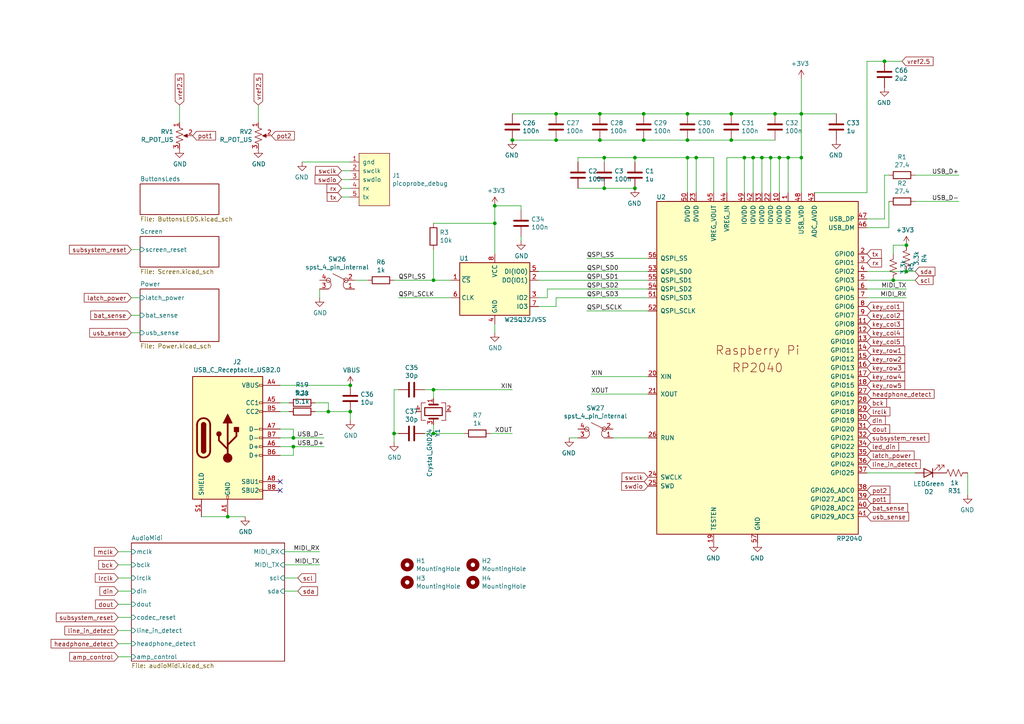
<source format=kicad_sch>
(kicad_sch (version 20231120) (generator "eeschema") (generator_version "8.0")
  (paper "A4")
  (title_block (title "TDM") (date "2021-09-17") (rev "6") (company "TWR") (comment 1 "Pocket Sound Computer"))
  (lib_symbols
    (symbol "Connector:USB_C_Receptacle_USB2.0" (pin_names (offset 1.016))
      (property "Reference" "J" (at -10.16 19.05 0))
      (property "Value" "USB_C_Receptacle_USB2.0" (at 19.05 19.05 0))
      (symbol "USB_C_Receptacle_USB2.0_0_0"
        (rectangle (start -0.254 -17.78) (end 0.254 -16.764))
        (rectangle (start 10.16 -14.986) (end 9.144 -15.494))
        (rectangle (start 10.16 -12.446) (end 9.144 -12.954))
        (rectangle (start 10.16 -4.826) (end 9.144 -5.334))
        (rectangle (start 10.16 -2.286) (end 9.144 -2.794))
        (rectangle (start 10.16 0.254) (end 9.144 -0.254))
        (rectangle (start 10.16 2.794) (end 9.144 2.286))
        (rectangle (start 10.16 7.874) (end 9.144 7.366))
        (rectangle (start 10.16 10.414) (end 9.144 9.906))
        (rectangle (start 10.16 15.494) (end 9.144 14.986))
      )
      (symbol "USB_C_Receptacle_USB2.0_0_1"
        (rectangle (start -10.16 17.78) (end 10.16 -17.78) (stroke (width 0.254)) (fill (type background)))
        (arc (start -8.89 -3.81) (mid -6.985 -5.7066) (end -5.08 -3.81) (stroke (width 0.508)))
        (arc (start -7.62 -3.81) (mid -6.985 -4.4422) (end -6.35 -3.81) (stroke (width 0.254)))
        (arc (start -7.62 -3.81) (mid -6.985 -4.4422) (end -6.35 -3.81) (stroke (width 0.254)) (fill (type outline)))
        (rectangle (start -7.62 -3.81) (end -6.35 3.81) (stroke (width 0.254)) (fill (type outline)))
        (arc (start -6.35 3.81) (mid -6.985 4.4422) (end -7.62 3.81) (stroke (width 0.254)))
        (arc (start -6.35 3.81) (mid -6.985 4.4422) (end -7.62 3.81) (stroke (width 0.254)) (fill (type outline)))
        (arc (start -5.08 3.81) (mid -6.985 5.7066) (end -8.89 3.81) (stroke (width 0.508)))
        (circle (center -2.54 1.143) (radius 0.635) (stroke (width 0.254)) (fill (type outline)))
        (circle (center 0 -5.842) (radius 1.27) (fill (type outline)))
        (polyline (pts (xy -8.89 -3.81) (xy -8.89 3.81)) (stroke (width 0.508)))
        (polyline (pts (xy -5.08 3.81) (xy -5.08 -3.81)) (stroke (width 0.508)))
        (polyline (pts (xy 0 -5.842) (xy 0 4.318)) (stroke (width 0.508)))
        (polyline (pts (xy 0 -3.302) (xy -2.54 -0.762) (xy -2.54 0.508)) (stroke (width 0.508)))
        (polyline (pts (xy 0 -2.032) (xy 2.54 0.508) (xy 2.54 1.778)) (stroke (width 0.508)))
        (polyline (pts (xy -1.27 4.318) (xy 0 6.858) (xy 1.27 4.318) (xy -1.27 4.318)) (stroke (width 0.254)) (fill (type outline)))
        (rectangle (start 1.905 1.778) (end 3.175 3.048) (stroke (width 0.254)) (fill (type outline)))
      )
      (symbol "USB_C_Receptacle_USB2.0_1_1"
        (pin passive line (at 0 -22.86 90) (length 5.08) (name "GND") (number "A1"))
        (pin passive line (at 0 -22.86 90) (length 5.08) hide (name "GND") (number "A12"))
        (pin passive line (at 15.24 15.24 180) (length 5.08) (name "VBUS") (number "A4"))
        (pin bidirectional line (at 15.24 10.16 180) (length 5.08) (name "CC1") (number "A5"))
        (pin bidirectional line (at 15.24 -2.54 180) (length 5.08) (name "D+") (number "A6"))
        (pin bidirectional line (at 15.24 2.54 180) (length 5.08) (name "D-") (number "A7"))
        (pin bidirectional line (at 15.24 -12.7 180) (length 5.08) (name "SBU1") (number "A8"))
        (pin passive line (at 15.24 15.24 180) (length 5.08) hide (name "VBUS") (number "A9"))
        (pin passive line (at 0 -22.86 90) (length 5.08) hide (name "GND") (number "B1"))
        (pin passive line (at 0 -22.86 90) (length 5.08) hide (name "GND") (number "B12"))
        (pin passive line (at 15.24 15.24 180) (length 5.08) hide (name "VBUS") (number "B4"))
        (pin bidirectional line (at 15.24 7.62 180) (length 5.08) (name "CC2") (number "B5"))
        (pin bidirectional line (at 15.24 -5.08 180) (length 5.08) (name "D+") (number "B6"))
        (pin bidirectional line (at 15.24 0 180) (length 5.08) (name "D-") (number "B7"))
        (pin bidirectional line (at 15.24 -15.24 180) (length 5.08) (name "SBU2") (number "B8"))
        (pin passive line (at 15.24 15.24 180) (length 5.08) hide (name "VBUS") (number "B9"))
        (pin passive line (at -7.62 -22.86 90) (length 5.08) (name "SHIELD") (number "S1"))
      )
    )
    (symbol "Device:C" (pin_numbers hide) (pin_names (offset 0.254))
      (property "Reference" "C" (at 0.635 2.54 0))
      (property "Value" "C" (at 0.635 -2.54 0))
      (symbol "C_0_1"
        (polyline (pts (xy -2.032 -0.762) (xy 2.032 -0.762)) (stroke (width 0.508)))
        (polyline (pts (xy -2.032 0.762) (xy 2.032 0.762)) (stroke (width 0.508)))
      )
      (symbol "C_1_1"
        (pin passive line (at 0 3.81 270) (length 2.794) (name "~") (number "1"))
        (pin passive line (at 0 -3.81 90) (length 2.794) (name "~") (number "2"))
      )
    )
    (symbol "Device:Crystal_GND24" (pin_names (offset 1.016) hide)
      (property "Reference" "Y" (at 3.175 5.08 0))
      (property "Value" "Crystal_GND24" (at 3.175 3.175 0))
      (symbol "Crystal_GND24_0_1"
        (rectangle (start -1.143 2.54) (end 1.143 -2.54) (stroke (width 0.3048)))
        (polyline (pts (xy -2.54 0) (xy -2.032 0)))
        (polyline (pts (xy -2.032 -1.27) (xy -2.032 1.27)) (stroke (width 0.508)))
        (polyline (pts (xy 0 -3.81) (xy 0 -3.556)))
        (polyline (pts (xy 0 3.556) (xy 0 3.81)))
        (polyline (pts (xy 2.032 -1.27) (xy 2.032 1.27)) (stroke (width 0.508)))
        (polyline (pts (xy 2.032 0) (xy 2.54 0)))
        (polyline (pts (xy -2.54 -2.286) (xy -2.54 -3.556) (xy 2.54 -3.556) (xy 2.54 -2.286)))
        (polyline (pts (xy -2.54 2.286) (xy -2.54 3.556) (xy 2.54 3.556) (xy 2.54 2.286)))
      )
      (symbol "Crystal_GND24_1_1"
        (pin passive line (at -3.81 0 0) (length 1.27) (name "1") (number "1"))
        (pin passive line (at 0 5.08 270) (length 1.27) (name "2") (number "2"))
        (pin passive line (at 3.81 0 180) (length 1.27) (name "3") (number "3"))
        (pin passive line (at 0 -5.08 90) (length 1.27) (name "4") (number "4"))
      )
    )
    (symbol "Device:LED" (pin_numbers hide) (pin_names (offset 1.016) hide)
      (property "Reference" "D" (at 0 2.54 0))
      (property "Value" "LED" (at 0 -2.54 0))
      (symbol "LED_0_1"
        (polyline (pts (xy -1.27 -1.27) (xy -1.27 1.27)) (stroke (width 0.254)))
        (polyline (pts (xy -1.27 0) (xy 1.27 0)))
        (polyline (pts (xy 1.27 -1.27) (xy 1.27 1.27) (xy -1.27 0) (xy 1.27 -1.27)) (stroke (width 0.254)))
        (polyline (pts (xy -3.048 -0.762) (xy -4.572 -2.286) (xy -3.81 -2.286) (xy -4.572 -2.286) (xy -4.572 -1.524)))
        (polyline (pts (xy -1.778 -0.762) (xy -3.302 -2.286) (xy -2.54 -2.286) (xy -3.302 -2.286) (xy -3.302 -1.524)))
      )
      (symbol "LED_1_1"
        (pin passive line (at -3.81 0 0) (length 2.54) (name "K") (number "1"))
        (pin passive line (at 3.81 0 180) (length 2.54) (name "A") (number "2"))
      )
    )
    (symbol "Device:R" (pin_numbers hide) (pin_names (offset 0))
      (property "Reference" "R" (at 2.032 0 90))
      (property "Value" "R" (at 0 0 90))
      (symbol "R_0_1"
        (rectangle (start -1.016 -2.54) (end 1.016 2.54) (stroke (width 0.254)))
      )
      (symbol "R_1_1"
        (pin passive line (at 0 3.81 270) (length 1.27) (name "~") (number "1"))
        (pin passive line (at 0 -3.81 90) (length 1.27) (name "~") (number "2"))
      )
    )
    (symbol "Device:R_POT_US" (pin_names (offset 1.016) hide)
      (property "Reference" "RV" (at -4.445 0 90))
      (property "Value" "Device_R_POT_US" (at -2.54 0 90))
      (symbol "R_POT_US_0_1"
        (polyline (pts (xy 0 -2.286) (xy 0 -2.54)))
        (polyline (pts (xy 0 2.54) (xy 0 2.286)))
        (polyline (pts (xy 2.54 0) (xy 1.524 0)))
        (polyline (pts (xy 1.143 0) (xy 2.286 0.508) (xy 2.286 -0.508) (xy 1.143 0)) (fill (type outline)))
        (polyline (pts (xy 0 -0.762) (xy 1.016 -1.143) (xy 0 -1.524) (xy -1.016 -1.905) (xy 0 -2.286)))
        (polyline (pts (xy 0 0.762) (xy 1.016 0.381) (xy 0 0) (xy -1.016 -0.381) (xy 0 -0.762)))
        (polyline (pts (xy 0 2.286) (xy 1.016 1.905) (xy 0 1.524) (xy -1.016 1.143) (xy 0 0.762)))
      )
      (symbol "R_POT_US_1_1"
        (pin passive line (at 0 3.81 270) (length 1.27) (name "1") (number "1"))
        (pin passive line (at 3.81 0 180) (length 1.27) (name "2") (number "2"))
        (pin passive line (at 0 -3.81 90) (length 1.27) (name "3") (number "3"))
      )
    )
    (symbol "Device:R_US" (pin_numbers hide) (pin_names (offset 0))
      (property "Reference" "R" (at 2.54 0 90))
      (property "Value" "R_US" (at -2.54 0 90))
      (symbol "R_US_0_1"
        (polyline (pts (xy 0 -2.286) (xy 0 -2.54)))
        (polyline (pts (xy 0 2.286) (xy 0 2.54)))
        (polyline (pts (xy 0 -0.762) (xy 1.016 -1.143) (xy 0 -1.524) (xy -1.016 -1.905) (xy 0 -2.286)))
        (polyline (pts (xy 0 0.762) (xy 1.016 0.381) (xy 0 0) (xy -1.016 -0.381) (xy 0 -0.762)))
        (polyline (pts (xy 0 2.286) (xy 1.016 1.905) (xy 0 1.524) (xy -1.016 1.143) (xy 0 0.762)))
      )
      (symbol "R_US_1_1"
        (pin passive line (at 0 3.81 270) (length 1.27) (name "~") (number "1"))
        (pin passive line (at 0 -3.81 90) (length 1.27) (name "~") (number "2"))
      )
    )
    (symbol "MCU_RaspberryPi_and_Boards:RP2040" (pin_names (offset 1.016))
      (property "Reference" "U" (at -29.21 49.53 0))
      (property "Value" "MCU_RaspberryPi_and_Boards_RP2040" (at 24.13 -49.53 0))
      (symbol "RP2040_0_0"
        (text "Raspberry Pi" (at 0 5.08 0) (effects (font (size 2.54 2.54))))
        (text "RP2040" (at 0 0 0) (effects (font (size 2.54 2.54))))
      )
      (symbol "RP2040_0_1"
        (rectangle (start 29.21 48.26) (end -29.21 -48.26) (stroke (width 0.254)) (fill (type background)))
      )
      (symbol "RP2040_1_1"
        (pin power_in line (at 8.89 50.8 270) (length 2.54) (name "IOVDD") (number "1"))
        (pin power_in line (at 6.35 50.8 270) (length 2.54) (name "IOVDD") (number "10"))
        (pin bidirectional line (at 31.75 12.7 180) (length 2.54) (name "GPIO8") (number "11"))
        (pin bidirectional line (at 31.75 10.16 180) (length 2.54) (name "GPIO9") (number "12"))
        (pin bidirectional line (at 31.75 7.62 180) (length 2.54) (name "GPIO10") (number "13"))
        (pin bidirectional line (at 31.75 5.08 180) (length 2.54) (name "GPIO11") (number "14"))
        (pin bidirectional line (at 31.75 2.54 180) (length 2.54) (name "GPIO12") (number "15"))
        (pin bidirectional line (at 31.75 0 180) (length 2.54) (name "GPIO13") (number "16"))
        (pin bidirectional line (at 31.75 -2.54 180) (length 2.54) (name "GPIO14") (number "17"))
        (pin bidirectional line (at 31.75 -5.08 180) (length 2.54) (name "GPIO15") (number "18"))
        (pin passive line (at -12.7 -50.8 90) (length 2.54) (name "TESTEN") (number "19"))
        (pin bidirectional line (at 31.75 33.02 180) (length 2.54) (name "GPIO0") (number "2"))
        (pin input line (at -31.75 -2.54 0) (length 2.54) (name "XIN") (number "20"))
        (pin passive line (at -31.75 -7.62 0) (length 2.54) (name "XOUT") (number "21"))
        (pin power_in line (at 3.81 50.8 270) (length 2.54) (name "IOVDD") (number "22"))
        (pin power_in line (at -17.78 50.8 270) (length 2.54) (name "DVDD") (number "23"))
        (pin output line (at -31.75 -31.75 0) (length 2.54) (name "SWCLK") (number "24"))
        (pin bidirectional line (at -31.75 -34.29 0) (length 2.54) (name "SWD") (number "25"))
        (pin input line (at -31.75 -20.32 0) (length 2.54) (name "RUN") (number "26"))
        (pin bidirectional line (at 31.75 -7.62 180) (length 2.54) (name "GPIO16") (number "27"))
        (pin bidirectional line (at 31.75 -10.16 180) (length 2.54) (name "GPIO17") (number "28"))
        (pin bidirectional line (at 31.75 -12.7 180) (length 2.54) (name "GPIO18") (number "29"))
        (pin bidirectional line (at 31.75 30.48 180) (length 2.54) (name "GPIO1") (number "3"))
        (pin bidirectional line (at 31.75 -15.24 180) (length 2.54) (name "GPIO19") (number "30"))
        (pin bidirectional line (at 31.75 -17.78 180) (length 2.54) (name "GPIO20") (number "31"))
        (pin bidirectional line (at 31.75 -20.32 180) (length 2.54) (name "GPIO21") (number "32"))
        (pin power_in line (at 1.27 50.8 270) (length 2.54) (name "IOVDD") (number "33"))
        (pin bidirectional line (at 31.75 -22.86 180) (length 2.54) (name "GPIO22") (number "34"))
        (pin bidirectional line (at 31.75 -25.4 180) (length 2.54) (name "GPIO23") (number "35"))
        (pin bidirectional line (at 31.75 -27.94 180) (length 2.54) (name "GPIO24") (number "36"))
        (pin bidirectional line (at 31.75 -30.48 180) (length 2.54) (name "GPIO25") (number "37"))
        (pin bidirectional line (at 31.75 -35.56 180) (length 2.54) (name "GPIO26_ADC0") (number "38"))
        (pin bidirectional line (at 31.75 -38.1 180) (length 2.54) (name "GPIO27_ADC1") (number "39"))
        (pin bidirectional line (at 31.75 27.94 180) (length 2.54) (name "GPIO2") (number "4"))
        (pin bidirectional line (at 31.75 -40.64 180) (length 2.54) (name "GPIO28_ADC2") (number "40"))
        (pin bidirectional line (at 31.75 -43.18 180) (length 2.54) (name "GPIO29_ADC3") (number "41"))
        (pin power_in line (at -1.27 50.8 270) (length 2.54) (name "IOVDD") (number "42"))
        (pin power_in line (at 16.51 50.8 270) (length 2.54) (name "ADC_AVDD") (number "43"))
        (pin power_in line (at -8.89 50.8 270) (length 2.54) (name "VREG_IN") (number "44"))
        (pin power_out line (at -12.7 50.8 270) (length 2.54) (name "VREG_VOUT") (number "45"))
        (pin bidirectional line (at 31.75 40.64 180) (length 2.54) (name "USB_DM") (number "46"))
        (pin bidirectional line (at 31.75 43.18 180) (length 2.54) (name "USB_DP") (number "47"))
        (pin power_in line (at 12.7 50.8 270) (length 2.54) (name "USB_VDD") (number "48"))
        (pin power_in line (at -3.81 50.8 270) (length 2.54) (name "IOVDD") (number "49"))
        (pin bidirectional line (at 31.75 25.4 180) (length 2.54) (name "GPIO3") (number "5"))
        (pin power_in line (at -20.32 50.8 270) (length 2.54) (name "DVDD") (number "50"))
        (pin bidirectional line (at -31.75 20.32 0) (length 2.54) (name "QSPI_SD3") (number "51"))
        (pin output line (at -31.75 16.51 0) (length 2.54) (name "QSPI_SCLK") (number "52"))
        (pin bidirectional line (at -31.75 27.94 0) (length 2.54) (name "QSPI_SD0") (number "53"))
        (pin bidirectional line (at -31.75 22.86 0) (length 2.54) (name "QSPI_SD2") (number "54"))
        (pin bidirectional line (at -31.75 25.4 0) (length 2.54) (name "QSPI_SD1") (number "55"))
        (pin bidirectional line (at -31.75 31.75 0) (length 2.54) (name "QSPI_SS") (number "56"))
        (pin power_in line (at 0 -50.8 90) (length 2.54) (name "GND") (number "57"))
        (pin bidirectional line (at 31.75 22.86 180) (length 2.54) (name "GPIO4") (number "6"))
        (pin bidirectional line (at 31.75 20.32 180) (length 2.54) (name "GPIO5") (number "7"))
        (pin bidirectional line (at 31.75 17.78 180) (length 2.54) (name "GPIO6") (number "8"))
        (pin bidirectional line (at 31.75 15.24 180) (length 2.54) (name "GPIO7") (number "9"))
      )
    )
    (symbol "Mechanical:MountingHole" (pin_names (offset 1.016))
      (property "Reference" "H" (at 0 5.08 0))
      (property "Value" "MountingHole" (at 0 3.175 0))
      (symbol "MountingHole_0_1"
        (circle (center 0 0) (radius 1.27) (stroke (width 1.27)))
      )
    )
    (symbol "Memory_Flash:W25Q32JVSS"
      (property "Reference" "U" (at -8.89 8.89 0))
      (property "Value" "W25Q32JVSS" (at 7.62 8.89 0))
      (symbol "W25Q32JVSS_0_1"
        (rectangle (start -10.16 7.62) (end 10.16 -7.62) (stroke (width 0.254)) (fill (type background)))
      )
      (symbol "W25Q32JVSS_1_1"
        (pin input line (at -12.7 2.54 0) (length 2.54) (name "~{CS}") (number "1"))
        (pin bidirectional line (at 12.7 2.54 180) (length 2.54) (name "DO(IO1)") (number "2"))
        (pin bidirectional line (at 12.7 -2.54 180) (length 2.54) (name "IO2") (number "3"))
        (pin power_in line (at 0 -10.16 90) (length 2.54) (name "GND") (number "4"))
        (pin bidirectional line (at 12.7 5.08 180) (length 2.54) (name "DI(IO0)") (number "5"))
        (pin input line (at -12.7 -2.54 0) (length 2.54) (name "CLK") (number "6"))
        (pin bidirectional line (at 12.7 -5.08 180) (length 2.54) (name "IO3") (number "7"))
        (pin power_in line (at 0 10.16 270) (length 2.54) (name "VCC") (number "8"))
      )
    )
    (symbol "customLibrary:picoprobe_debug" (pin_names (offset 1.016))
      (property "Reference" "J" (at 2.54 10.16 0))
      (property "Value" "customLibrary_picoprobe_debug" (at 10.16 -8.89 0))
      (symbol "picoprobe_debug_0_1"
        (rectangle (start 2.54 7.62) (end 11.43 -7.62) (fill (type background)))
      )
      (symbol "picoprobe_debug_1_1"
        (pin input line (at 0 5.08 0) (length 2.54) (name "gnd") (number "1"))
        (pin input line (at 0 2.54 0) (length 2.54) (name "swclk") (number "2"))
        (pin input line (at 0 0 0) (length 2.54) (name "swdio") (number "3"))
        (pin input line (at 0 -2.54 0) (length 2.54) (name "rx") (number "4"))
        (pin input line (at 0 -5.08 0) (length 2.54) (name "tx") (number "5"))
      )
    )
    (symbol "customLibrary:spst_4_pin_internal" (pin_names (offset 1.016))
      (property "Reference" "SW" (at 1.905 0 0))
      (property "Value" "customLibrary_spst_4_pin_internal" (at 1.905 0 0))
      (symbol "spst_4_pin_internal_0_1"
        (arc (start -2.54 1.27) (mid -1.7551 2.54) (end -2.54 3.81))
        (circle (center -2.54 3.81) (radius 0.635))
        (polyline (pts (xy -2.54 3.81) (xy 1.27 5.715)))
        (arc (start 2.54 3.81) (mid 1.7551 2.54) (end 2.54 1.27))
        (circle (center 2.54 3.81) (radius 0.635))
      )
      (symbol "spst_4_pin_internal_1_1"
        (pin power_in line (at -5.08 1.27 0) (length 2.54) (name "~") (number "1"))
        (pin power_in line (at -5.08 3.81 0) (length 2.54) (name "~") (number "2"))
        (pin power_in line (at 5.08 1.27 180) (length 2.54) (name "~") (number "3"))
        (pin power_in line (at 5.08 3.81 180) (length 2.54) (name "~") (number "4"))
      )
    )
    (symbol "power:+3.3V" (power) (pin_names (offset 0))
      (property "Value" "+3.3V" (at 0 3.556 0))
      (symbol "+3.3V_0_1"
        (polyline (pts (xy -0.762 1.27) (xy 0 2.54)))
        (polyline (pts (xy 0 0) (xy 0 2.54)))
        (polyline (pts (xy 0 2.54) (xy 0.762 1.27)))
      )
      (symbol "+3.3V_1_1"
        (pin power_in line (at 0 0 90) (length 0) hide (name "+3V3") (number "1"))
      )
    )
    (symbol "power:GND" (power) (pin_names (offset 0))
      (property "Value" "GND" (at 0 -3.81 0))
      (symbol "GND_0_1"
        (polyline (pts (xy 0 0) (xy 0 -1.27) (xy 1.27 -1.27) (xy 0 -2.54) (xy -1.27 -1.27) (xy 0 -1.27)))
      )
      (symbol "GND_1_1"
        (pin power_in line (at 0 0 270) (length 0) hide (name "GND") (number "1"))
      )
    )
    (symbol "power:VBUS" (power) (pin_names (offset 0))
      (property "Value" "VBUS" (at 0 3.81 0))
      (symbol "VBUS_0_1"
        (polyline (pts (xy -0.762 1.27) (xy 0 2.54)))
        (polyline (pts (xy 0 0) (xy 0 2.54)))
        (polyline (pts (xy 0 2.54) (xy 0.762 1.27)))
      )
      (symbol "VBUS_1_1"
        (pin power_in line (at 0 0 90) (length 0) hide (name "VBUS") (number "1"))
      )
    )
  )
  (junction (at 173.99 33.02))
  (junction (at 199.39 45.72))
  (junction (at 186.69 40.64))
  (junction (at 175.26 54.61))
  (junction (at 114.3 125.73))
  (junction (at 256.54 17.78))
  (junction (at 66.04 149.86))
  (junction (at 201.93 45.72))
  (junction (at 259.08 81.28))
  (junction (at 173.99 40.64))
  (junction (at 101.6 119.38))
  (junction (at 215.9 45.72))
  (junction (at 212.09 40.64))
  (junction (at 186.69 33.02))
  (junction (at 262.89 78.74))
  (junction (at 184.15 45.72))
  (junction (at 85.09 127))
  (junction (at 125.73 125.73))
  (junction (at 161.29 40.64))
  (junction (at 161.29 33.02))
  (junction (at 220.98 45.72))
  (junction (at 143.51 59.69))
  (junction (at 85.09 129.54))
  (junction (at 224.79 33.02))
  (junction (at 232.41 45.72))
  (junction (at 143.51 64.77))
  (junction (at 95.25 119.38))
  (junction (at 184.15 54.61))
  (junction (at 223.52 45.72))
  (junction (at 101.6 111.76))
  (junction (at 218.44 45.72))
  (junction (at 125.73 81.28))
  (junction (at 148.59 40.64))
  (junction (at 199.39 33.02))
  (junction (at 226.06 45.72))
  (junction (at 125.73 113.03))
  (junction (at 232.41 33.02))
  (junction (at 262.89 71.12))
  (junction (at 175.26 45.72))
  (junction (at 212.09 33.02))
  (junction (at 228.6 45.72))
  (junction (at 199.39 40.64))
  (no_connect (at 81.28 142.24))
  (no_connect (at 81.28 139.7))
  (wire (pts (xy 81.28 111.76) (xy 101.6 111.76)))
  (wire (pts (xy 114.3 81.28) (xy 125.73 81.28)))
  (wire (pts (xy 34.29 182.88) (xy 38.1 182.88)))
  (wire (pts (xy 99.06 57.15) (xy 101.6 57.15)))
  (wire (pts (xy 143.51 93.98) (xy 143.51 96.52)))
  (wire (pts (xy 201.93 45.72) (xy 199.39 45.72)))
  (wire (pts (xy 262.89 78.74) (xy 265.43 78.74)))
  (wire (pts (xy 161.29 40.64) (xy 173.99 40.64)))
  (wire (pts (xy 232.41 33.02) (xy 242.57 33.02)))
  (wire (pts (xy 95.25 116.84) (xy 95.25 119.38)))
  (wire (pts (xy 81.28 119.38) (xy 83.82 119.38)))
  (wire (pts (xy 151.13 68.58) (xy 151.13 69.85)))
  (wire (pts (xy 251.46 83.82) (xy 262.89 83.82)))
  (wire (pts (xy 34.29 190.5) (xy 38.1 190.5)))
  (wire (pts (xy 130.81 81.28) (xy 125.73 81.28)))
  (wire (pts (xy 220.98 55.88) (xy 220.98 45.72)))
  (wire (pts (xy 210.82 55.88) (xy 210.82 45.72)))
  (wire (pts (xy 125.73 125.73) (xy 123.19 125.73)))
  (wire (pts (xy 167.64 127) (xy 165.1 127)))
  (wire (pts (xy 158.75 83.82) (xy 158.75 86.36)))
  (wire (pts (xy 125.73 64.77) (xy 143.51 64.77)))
  (wire (pts (xy 259.08 71.12) (xy 262.89 71.12)))
  (wire (pts (xy 223.52 55.88) (xy 223.52 45.72)))
  (wire (pts (xy 125.73 123.19) (xy 125.73 125.73)))
  (wire (pts (xy 210.82 45.72) (xy 215.9 45.72)))
  (wire (pts (xy 256.54 63.5) (xy 256.54 50.8)))
  (wire (pts (xy 95.25 119.38) (xy 101.6 119.38)))
  (wire (pts (xy 251.46 66.04) (xy 257.81 66.04)))
  (wire (pts (xy 226.06 45.72) (xy 228.6 45.72)))
  (wire (pts (xy 158.75 83.82) (xy 187.96 83.82)))
  (wire (pts (xy 123.19 113.03) (xy 125.73 113.03)))
  (wire (pts (xy 81.28 132.08) (xy 85.09 132.08)))
  (wire (pts (xy 125.73 113.03) (xy 148.59 113.03)))
  (wire (pts (xy 215.9 45.72) (xy 218.44 45.72)))
  (wire (pts (xy 251.46 78.74) (xy 262.89 78.74)))
  (wire (pts (xy 218.44 55.88) (xy 218.44 45.72)))
  (wire (pts (xy 125.73 113.03) (xy 125.73 115.57)))
  (wire (pts (xy 171.45 114.3) (xy 187.96 114.3)))
  (wire (pts (xy 99.06 49.53) (xy 101.6 49.53)))
  (wire (pts (xy 161.29 86.36) (xy 187.96 86.36)))
  (wire (pts (xy 251.46 137.16) (xy 265.43 137.16)))
  (wire (pts (xy 184.15 45.72) (xy 175.26 45.72)))
  (wire (pts (xy 34.29 175.26) (xy 38.1 175.26)))
  (wire (pts (xy 66.04 149.86) (xy 71.12 149.86)))
  (wire (pts (xy 148.59 125.73) (xy 142.24 125.73)))
  (wire (pts (xy 82.55 171.45) (xy 86.36 171.45)))
  (wire (pts (xy 58.42 149.86) (xy 66.04 149.86)))
  (wire (pts (xy 99.06 54.61) (xy 101.6 54.61)))
  (wire (pts (xy 91.44 119.38) (xy 95.25 119.38)))
  (wire (pts (xy 175.26 45.72) (xy 167.64 45.72)))
  (wire (pts (xy 173.99 40.64) (xy 186.69 40.64)))
  (wire (pts (xy 38.1 72.39) (xy 40.64 72.39)))
  (wire (pts (xy 85.09 124.46) (xy 85.09 127)))
  (wire (pts (xy 232.41 22.86) (xy 232.41 33.02)))
  (wire (pts (xy 87.63 46.99) (xy 101.6 46.99)))
  (wire (pts (xy 215.9 55.88) (xy 215.9 45.72)))
  (wire (pts (xy 91.44 116.84) (xy 95.25 116.84)))
  (wire (pts (xy 199.39 40.64) (xy 212.09 40.64)))
  (wire (pts (xy 251.46 17.78) (xy 251.46 55.88)))
  (wire (pts (xy 199.39 45.72) (xy 199.39 55.88)))
  (wire (pts (xy 156.21 78.74) (xy 187.96 78.74)))
  (wire (pts (xy 106.68 81.28) (xy 102.87 81.28)))
  (wire (pts (xy 228.6 55.88) (xy 228.6 45.72)))
  (wire (pts (xy 226.06 55.88) (xy 226.06 45.72)))
  (wire (pts (xy 256.54 50.8) (xy 257.81 50.8)))
  (wire (pts (xy 38.1 91.44) (xy 40.64 91.44)))
  (wire (pts (xy 261.62 17.78) (xy 256.54 17.78)))
  (wire (pts (xy 82.55 167.64) (xy 86.36 167.64)))
  (wire (pts (xy 218.44 45.72) (xy 220.98 45.72)))
  (wire (pts (xy 38.1 96.52) (xy 40.64 96.52)))
  (wire (pts (xy 173.99 33.02) (xy 186.69 33.02)))
  (wire (pts (xy 228.6 45.72) (xy 232.41 45.72)))
  (wire (pts (xy 223.52 45.72) (xy 226.06 45.72)))
  (wire (pts (xy 167.64 45.72) (xy 167.64 46.99)))
  (wire (pts (xy 114.3 125.73) (xy 114.3 128.27)))
  (wire (pts (xy 212.09 33.02) (xy 224.79 33.02)))
  (wire (pts (xy 232.41 55.88) (xy 232.41 45.72)))
  (wire (pts (xy 148.59 40.64) (xy 161.29 40.64)))
  (wire (pts (xy 175.26 54.61) (xy 184.15 54.61)))
  (wire (pts (xy 74.93 30.48) (xy 74.93 35.56)))
  (wire (pts (xy 265.43 50.8) (xy 278.13 50.8)))
  (wire (pts (xy 82.55 163.83) (xy 92.71 163.83)))
  (wire (pts (xy 81.28 124.46) (xy 85.09 124.46)))
  (wire (pts (xy 125.73 72.39) (xy 125.73 81.28)))
  (wire (pts (xy 81.28 129.54) (xy 85.09 129.54)))
  (wire (pts (xy 251.46 86.36) (xy 262.89 86.36)))
  (wire (pts (xy 167.64 54.61) (xy 175.26 54.61)))
  (wire (pts (xy 207.01 55.88) (xy 207.01 45.72)))
  (wire (pts (xy 85.09 132.08) (xy 85.09 129.54)))
  (wire (pts (xy 199.39 45.72) (xy 184.15 45.72)))
  (wire (pts (xy 161.29 33.02) (xy 173.99 33.02)))
  (wire (pts (xy 265.43 58.42) (xy 278.13 58.42)))
  (wire (pts (xy 114.3 125.73) (xy 114.3 113.03)))
  (wire (pts (xy 85.09 129.54) (xy 93.98 129.54)))
  (wire (pts (xy 34.29 163.83) (xy 38.1 163.83)))
  (wire (pts (xy 143.51 73.66) (xy 143.51 64.77)))
  (wire (pts (xy 115.57 125.73) (xy 114.3 125.73)))
  (wire (pts (xy 256.54 17.78) (xy 251.46 17.78)))
  (wire (pts (xy 199.39 33.02) (xy 212.09 33.02)))
  (wire (pts (xy 259.08 81.28) (xy 265.43 81.28)))
  (wire (pts (xy 34.29 186.69) (xy 38.1 186.69)))
  (wire (pts (xy 207.01 45.72) (xy 201.93 45.72)))
  (wire (pts (xy 82.55 160.02) (xy 92.71 160.02)))
  (wire (pts (xy 143.51 59.69) (xy 151.13 59.69)))
  (wire (pts (xy 92.71 83.82) (xy 92.71 86.36)))
  (wire (pts (xy 280.67 137.16) (xy 280.67 143.51)))
  (wire (pts (xy 187.96 127) (xy 177.8 127)))
  (wire (pts (xy 161.29 86.36) (xy 161.29 88.9)))
  (wire (pts (xy 158.75 86.36) (xy 156.21 86.36)))
  (wire (pts (xy 101.6 52.07) (xy 99.06 52.07)))
  (wire (pts (xy 259.08 73.66) (xy 259.08 71.12)))
  (wire (pts (xy 251.46 63.5) (xy 256.54 63.5)))
  (wire (pts (xy 186.69 40.64) (xy 199.39 40.64)))
  (wire (pts (xy 148.59 33.02) (xy 161.29 33.02)))
  (wire (pts (xy 115.57 86.36) (xy 130.81 86.36)))
  (wire (pts (xy 134.62 125.73) (xy 125.73 125.73)))
  (wire (pts (xy 114.3 113.03) (xy 115.57 113.03)))
  (wire (pts (xy 156.21 81.28) (xy 187.96 81.28)))
  (wire (pts (xy 184.15 45.72) (xy 184.15 46.99)))
  (wire (pts (xy 34.29 179.07) (xy 38.1 179.07)))
  (wire (pts (xy 175.26 45.72) (xy 175.26 46.99)))
  (wire (pts (xy 161.29 88.9) (xy 156.21 88.9)))
  (wire (pts (xy 143.51 64.77) (xy 143.51 59.69)))
  (wire (pts (xy 171.45 109.22) (xy 187.96 109.22)))
  (wire (pts (xy 186.69 33.02) (xy 199.39 33.02)))
  (wire (pts (xy 170.18 90.17) (xy 187.96 90.17)))
  (wire (pts (xy 34.29 167.64) (xy 38.1 167.64)))
  (wire (pts (xy 81.28 116.84) (xy 83.82 116.84)))
  (wire (pts (xy 251.46 55.88) (xy 236.22 55.88)))
  (wire (pts (xy 81.28 127) (xy 85.09 127)))
  (wire (pts (xy 52.07 30.48) (xy 52.07 35.56)))
  (wire (pts (xy 101.6 119.38) (xy 101.6 121.92)))
  (wire (pts (xy 220.98 45.72) (xy 223.52 45.72)))
  (wire (pts (xy 187.96 74.93) (xy 170.18 74.93)))
  (wire (pts (xy 224.79 33.02) (xy 232.41 33.02)))
  (wire (pts (xy 85.09 127) (xy 93.98 127)))
  (wire (pts (xy 34.29 171.45) (xy 38.1 171.45)))
  (wire (pts (xy 251.46 81.28) (xy 259.08 81.28)))
  (wire (pts (xy 257.81 66.04) (xy 257.81 58.42)))
  (wire (pts (xy 151.13 59.69) (xy 151.13 60.96)))
  (wire (pts (xy 38.1 86.36) (xy 40.64 86.36)))
  (wire (pts (xy 212.09 40.64) (xy 224.79 40.64)))
  (wire (pts (xy 201.93 55.88) (xy 201.93 45.72)))
  (wire (pts (xy 232.41 33.02) (xy 232.41 45.72)))
  (wire (pts (xy 34.29 160.02) (xy 38.1 160.02)))
  (label "XIN" (at 148.59 113.03 180))
  (label "QSPI_SCLK" (at 115.57 86.36 0))
  (label "USB_D+" (at 93.98 129.54 180))
  (label "USB_D-" (at 278.13 58.42 180))
  (label "QSPI_SD0" (at 170.18 78.74 0))
  (label "QSPI_SS" (at 115.57 81.28 0))
  (label "MIDI_RX" (at 92.71 160.02 180))
  (label "XOUT" (at 148.59 125.73 180))
  (label "MIDI_TX" (at 262.89 83.82 180))
  (label "USB_D-" (at 93.98 127 180))
  (label "QSPI_SD2" (at 170.18 83.82 0))
  (label "USB_D+" (at 278.13 50.8 180))
  (label "MIDI_RX" (at 262.89 86.36 180))
  (label "QSPI_SS" (at 170.18 74.93 0))
  (label "QSPI_SD1" (at 170.18 81.28 0))
  (label "XOUT" (at 171.45 114.3 0))
  (label "QSPI_SD3" (at 170.18 86.36 0))
  (label "XIN" (at 171.45 109.22 0))
  (label "MIDI_TX" (at 92.71 163.83 180))
  (label "QSPI_SCLK" (at 170.18 90.17 0))
  (global_label "key_col5" (shape input) (at 251.46 99.06 0) (property "Intersheetrefs" "${INTERSHEET_REFS}" (effects (hide yes))))
  (global_label "pot2" (shape input) (at 251.46 142.24 0) (property "Intersheetrefs" "${INTERSHEET_REFS}" (effects (hide yes))))
  (global_label "bck" (shape input) (at 34.29 163.83 180) (property "Intersheetrefs" "${INTERSHEET_REFS}" (effects (hide yes))))
  (global_label "mclk" (shape input) (at 34.29 160.02 180) (property "Intersheetrefs" "${INTERSHEET_REFS}" (effects (hide yes))))
  (global_label "sda" (shape input) (at 265.43 78.74 0) (property "Intersheetrefs" "${INTERSHEET_REFS}" (effects (hide yes))))
  (global_label "key_col4" (shape input) (at 251.46 96.52 0) (property "Intersheetrefs" "${INTERSHEET_REFS}" (effects (hide yes))))
  (global_label "swclk" (shape input) (at 187.96 138.43 180) (property "Intersheetrefs" "${INTERSHEET_REFS}" (effects (hide yes))))
  (global_label "key_row4" (shape input) (at 251.46 109.22 0) (property "Intersheetrefs" "${INTERSHEET_REFS}" (effects (hide yes))))
  (global_label "rx" (shape input) (at 251.46 76.2 0) (property "Intersheetrefs" "${INTERSHEET_REFS}" (effects (hide yes))))
  (global_label "bck" (shape input) (at 251.46 116.84 0) (property "Intersheetrefs" "${INTERSHEET_REFS}" (effects (hide yes))))
  (global_label "led_din" (shape input) (at 251.46 129.54 0) (property "Intersheetrefs" "${INTERSHEET_REFS}" (effects (hide yes))))
  (global_label "subsystem_reset" (shape input) (at 251.46 127 0) (property "Intersheetrefs" "${INTERSHEET_REFS}" (effects (hide yes))))
  (global_label "swclk" (shape input) (at 99.06 49.53 180) (property "Intersheetrefs" "${INTERSHEET_REFS}" (effects (hide yes))))
  (global_label "swdio" (shape input) (at 187.96 140.97 180) (property "Intersheetrefs" "${INTERSHEET_REFS}" (effects (hide yes))))
  (global_label "key_row5" (shape input) (at 251.46 111.76 0) (property "Intersheetrefs" "${INTERSHEET_REFS}" (effects (hide yes))))
  (global_label "scl" (shape input) (at 86.36 167.64 0) (property "Intersheetrefs" "${INTERSHEET_REFS}" (effects (hide yes))))
  (global_label "rx" (shape input) (at 99.06 54.61 180) (property "Intersheetrefs" "${INTERSHEET_REFS}" (effects (hide yes))))
  (global_label "dout" (shape input) (at 34.29 175.26 180) (property "Intersheetrefs" "${INTERSHEET_REFS}" (effects (hide yes))))
  (global_label "pot1" (shape input) (at 55.88 39.37 0) (property "Intersheetrefs" "${INTERSHEET_REFS}" (effects (hide yes))))
  (global_label "key_col3" (shape input) (at 251.46 93.98 0) (property "Intersheetrefs" "${INTERSHEET_REFS}" (effects (hide yes))))
  (global_label "key_row1" (shape input) (at 251.46 101.6 0) (property "Intersheetrefs" "${INTERSHEET_REFS}" (effects (hide yes))))
  (global_label "latch_power" (shape input) (at 38.1 86.36 180) (property "Intersheetrefs" "${INTERSHEET_REFS}" (effects (hide yes))))
  (global_label "vref2.5" (shape input) (at 74.93 30.48 90) (property "Intersheetrefs" "${INTERSHEET_REFS}" (effects (hide yes))))
  (global_label "amp_control" (shape input) (at 34.29 190.5 180) (property "Intersheetrefs" "${INTERSHEET_REFS}" (effects (hide yes))))
  (global_label "latch_power" (shape input) (at 251.46 132.08 0) (property "Intersheetrefs" "${INTERSHEET_REFS}" (effects (hide yes))))
  (global_label "key_col1" (shape input) (at 251.46 88.9 0) (property "Intersheetrefs" "${INTERSHEET_REFS}" (effects (hide yes))))
  (global_label "headphone_detect" (shape input) (at 34.29 186.69 180) (property "Intersheetrefs" "${INTERSHEET_REFS}" (effects (hide yes))))
  (global_label "sda" (shape input) (at 86.36 171.45 0) (property "Intersheetrefs" "${INTERSHEET_REFS}" (effects (hide yes))))
  (global_label "key_col2" (shape input) (at 251.46 91.44 0) (property "Intersheetrefs" "${INTERSHEET_REFS}" (effects (hide yes))))
  (global_label "dout" (shape input) (at 251.46 124.46 0) (property "Intersheetrefs" "${INTERSHEET_REFS}" (effects (hide yes))))
  (global_label "swdio" (shape input) (at 99.06 52.07 180) (property "Intersheetrefs" "${INTERSHEET_REFS}" (effects (hide yes))))
  (global_label "lrclk" (shape input) (at 251.46 119.38 0) (property "Intersheetrefs" "${INTERSHEET_REFS}" (effects (hide yes))))
  (global_label "headphone_detect" (shape input) (at 251.46 114.3 0) (property "Intersheetrefs" "${INTERSHEET_REFS}" (effects (hide yes))))
  (global_label "bat_sense" (shape input) (at 251.46 147.32 0) (property "Intersheetrefs" "${INTERSHEET_REFS}" (effects (hide yes))))
  (global_label "usb_sense" (shape input) (at 38.1 96.52 180) (property "Intersheetrefs" "${INTERSHEET_REFS}" (effects (hide yes))))
  (global_label "tx" (shape input) (at 99.06 57.15 180) (property "Intersheetrefs" "${INTERSHEET_REFS}" (effects (hide yes))))
  (global_label "din" (shape input) (at 34.29 171.45 180) (property "Intersheetrefs" "${INTERSHEET_REFS}" (effects (hide yes))))
  (global_label "pot2" (shape input) (at 78.74 39.37 0) (property "Intersheetrefs" "${INTERSHEET_REFS}" (effects (hide yes))))
  (global_label "tx" (shape input) (at 251.46 73.66 0) (property "Intersheetrefs" "${INTERSHEET_REFS}" (effects (hide yes))))
  (global_label "vref2.5" (shape input) (at 261.62 17.78 0) (property "Intersheetrefs" "${INTERSHEET_REFS}" (effects (hide yes))))
  (global_label "pot1" (shape input) (at 251.46 144.78 0) (property "Intersheetrefs" "${INTERSHEET_REFS}" (effects (hide yes))))
  (global_label "scl" (shape input) (at 265.43 81.28 0) (property "Intersheetrefs" "${INTERSHEET_REFS}" (effects (hide yes))))
  (global_label "key_row3" (shape input) (at 251.46 106.68 0) (property "Intersheetrefs" "${INTERSHEET_REFS}" (effects (hide yes))))
  (global_label "bat_sense" (shape input) (at 38.1 91.44 180) (property "Intersheetrefs" "${INTERSHEET_REFS}" (effects (hide yes))))
  (global_label "line_in_detect" (shape input) (at 34.29 182.88 180) (property "Intersheetrefs" "${INTERSHEET_REFS}" (effects (hide yes))))
  (global_label "key_row2" (shape input) (at 251.46 104.14 0) (property "Intersheetrefs" "${INTERSHEET_REFS}" (effects (hide yes))))
  (global_label "subsystem_reset" (shape input) (at 34.29 179.07 180) (property "Intersheetrefs" "${INTERSHEET_REFS}" (effects (hide yes))))
  (global_label "line_in_detect" (shape input) (at 251.46 134.62 0) (property "Intersheetrefs" "${INTERSHEET_REFS}" (effects (hide yes))))
  (global_label "vref2.5" (shape input) (at 52.07 30.48 90) (property "Intersheetrefs" "${INTERSHEET_REFS}" (effects (hide yes))))
  (global_label "usb_sense" (shape input) (at 251.46 149.86 0) (property "Intersheetrefs" "${INTERSHEET_REFS}" (effects (hide yes))))
  (global_label "din" (shape input) (at 251.46 121.92 0) (property "Intersheetrefs" "${INTERSHEET_REFS}" (effects (hide yes))))
  (global_label "lrclk" (shape input) (at 34.29 167.64 180) (property "Intersheetrefs" "${INTERSHEET_REFS}" (effects (hide yes))))
  (global_label "subsystem_reset" (shape input) (at 38.1 72.39 180) (property "Intersheetrefs" "${INTERSHEET_REFS}" (effects (hide yes))))
  (symbol (lib_id "Device:R_US") (at 262.89 74.93 0) (mirror y) (unit 1)
    (property "Reference" "R4" (at 268.097 74.93 90))
    (property "Value" "3.3k" (at 265.7856 74.93 90))
    (property "Footprint" "MyLibrary:R_0402_1005Metric_nosilk" (effects (hide yes)))
    (property "LCSC" "C25890" (effects (hide yes)))
    (property "checked" "1" (effects (hide yes)))
  )
  (symbol (lib_id "Device:R_US") (at 259.08 77.47 0) (mirror y) (unit 1)
    (property "Reference" "R5" (at 264.287 77.47 90))
    (property "Value" "3.3k" (at 261.9756 77.47 90))
    (property "Footprint" "MyLibrary:R_0402_1005Metric_nosilk" (effects (hide yes)))
    (property "LCSC" "C25890" (effects (hide yes)))
    (property "checked" "1" (effects (hide yes)))
  )
  (symbol (lib_id "power:+3.3V") (at 262.89 71.12 0) (mirror y) (unit 1)
    (property "Reference" "#PWR012" (effects (hide yes)))
    (property "Value" "+3V3" (at 262.509 66.7258 0))
  )
  (symbol (lib_id "Mechanical:MountingHole") (at 118.11 163.83 0) (unit 1)
    (property "Reference" "H1" (at 120.65 162.6616 0) (effects (justify left)))
    (property "Value" "MountingHole" (at 120.65 164.973 0) (effects (justify left)))
    (property "Footprint" "Mounting_Holes:MountingHole_2.2mm_M2" (effects (hide yes)))
  )
  (symbol (lib_id "Mechanical:MountingHole") (at 118.11 168.91 0) (unit 1)
    (property "Reference" "H3" (at 120.65 167.7416 0) (effects (justify left)))
    (property "Value" "MountingHole" (at 120.65 170.053 0) (effects (justify left)))
    (property "Footprint" "Mounting_Holes:MountingHole_2.2mm_M2" (effects (hide yes)))
  )
  (symbol (lib_id "Mechanical:MountingHole") (at 137.16 163.83 0) (unit 1)
    (property "Reference" "H2" (at 139.7 162.6616 0) (effects (justify left)))
    (property "Value" "MountingHole" (at 139.7 164.973 0) (effects (justify left)))
    (property "Footprint" "Mounting_Holes:MountingHole_2.2mm_M2" (effects (hide yes)))
  )
  (symbol (lib_id "Mechanical:MountingHole") (at 137.16 168.91 0) (unit 1)
    (property "Reference" "H4" (at 139.7 167.7416 0) (effects (justify left)))
    (property "Value" "MountingHole" (at 139.7 170.053 0) (effects (justify left)))
    (property "Footprint" "Mounting_Holes:MountingHole_2.2mm_M2" (effects (hide yes)))
  )
  (symbol (lib_id "power:GND") (at 165.1 127 0) (mirror y) (unit 1)
    (property "Reference" "#PWR016" (effects (hide yes)))
    (property "Value" "GND" (at 164.973 131.3942 0))
  )
  (symbol (lib_id "MCU_RaspberryPi_and_Boards:RP2040") (at 219.71 106.68 0) (unit 1)
    (property "Reference" "U2" (at 191.77 57.15 0))
    (property "Value" "RP2040" (at 246.38 156.21 0))
    (property "Footprint" "MCU_RaspberryPi_and_Boards:RP2040-QFN-56" (effects (hide yes)))
    (property "LCSC" "C2040" (effects (hide yes)))
    (property "checked" "1" (effects (hide yes)))
  )
  (symbol (lib_id "Device:C") (at 148.59 36.83 0) (unit 1)
    (property "Reference" "C26" (at 151.511 35.6616 0) (effects (justify left)))
    (property "Value" "100n" (at 151.511 37.973 0) (effects (justify left)))
    (property "Footprint" "Capacitor_SMD:C_0402_1005Metric" (effects (hide yes)))
    (property "LCSC" "C307331" (effects (hide yes)))
    (property "checked" "1" (effects (hide yes)))
  )
  (symbol (lib_id "Device:C") (at 161.29 36.83 0) (unit 1)
    (property "Reference" "C27" (at 164.211 35.6616 0) (effects (justify left)))
    (property "Value" "100n" (at 164.211 37.973 0) (effects (justify left)))
    (property "Footprint" "Capacitor_SMD:C_0402_1005Metric" (effects (hide yes)))
    (property "LCSC" "C307331" (effects (hide yes)))
    (property "checked" "1" (effects (hide yes)))
  )
  (symbol (lib_id "Device:C") (at 173.99 36.83 0) (unit 1)
    (property "Reference" "C28" (at 176.911 35.6616 0) (effects (justify left)))
    (property "Value" "100n" (at 176.911 37.973 0) (effects (justify left)))
    (property "Footprint" "Capacitor_SMD:C_0402_1005Metric" (effects (hide yes)))
    (property "LCSC" "C307331" (effects (hide yes)))
    (property "checked" "1" (effects (hide yes)))
  )
  (symbol (lib_id "Device:C") (at 186.69 36.83 0) (unit 1)
    (property "Reference" "C29" (at 189.611 35.6616 0) (effects (justify left)))
    (property "Value" "100n" (at 189.611 37.973 0) (effects (justify left)))
    (property "Footprint" "Capacitor_SMD:C_0402_1005Metric" (effects (hide yes)))
    (property "LCSC" "C307331" (effects (hide yes)))
    (property "checked" "1" (effects (hide yes)))
  )
  (symbol (lib_id "Device:C") (at 199.39 36.83 0) (unit 1)
    (property "Reference" "C30" (at 202.311 35.6616 0) (effects (justify left)))
    (property "Value" "100n" (at 202.311 37.973 0) (effects (justify left)))
    (property "Footprint" "Capacitor_SMD:C_0402_1005Metric" (effects (hide yes)))
    (property "LCSC" "C307331" (effects (hide yes)))
    (property "checked" "1" (effects (hide yes)))
  )
  (symbol (lib_id "Device:C") (at 212.09 36.83 0) (unit 1)
    (property "Reference" "C31" (at 215.011 35.6616 0) (effects (justify left)))
    (property "Value" "100n" (at 215.011 37.973 0) (effects (justify left)))
    (property "Footprint" "Capacitor_SMD:C_0402_1005Metric" (effects (hide yes)))
    (property "LCSC" "C307331" (effects (hide yes)))
    (property "checked" "1" (effects (hide yes)))
  )
  (symbol (lib_id "Device:C") (at 224.79 36.83 0) (unit 1)
    (property "Reference" "C32" (at 227.711 35.6616 0) (effects (justify left)))
    (property "Value" "100n" (at 227.711 37.973 0) (effects (justify left)))
    (property "Footprint" "Capacitor_SMD:C_0402_1005Metric" (effects (hide yes)))
    (property "LCSC" "C307331" (effects (hide yes)))
    (property "checked" "1" (effects (hide yes)))
  )
  (symbol (lib_id "power:+3.3V") (at 232.41 22.86 0) (mirror y) (unit 1)
    (property "Reference" "#PWR03" (effects (hide yes)))
    (property "Value" "+3V3" (at 232.029 18.4658 0))
  )
  (symbol (lib_id "customLibrary:picoprobe_debug") (at 101.6 52.07 0) (unit 1)
    (property "Reference" "J1" (at 113.7412 50.9016 0) (effects (justify left)))
    (property "Value" "picoprobe_debug" (at 113.7412 53.213 0) (effects (justify left)))
    (property "Footprint" "RandomJunk:pico debug header" (effects (hide yes)))
  )
  (symbol (lib_id "Device:C") (at 242.57 36.83 0) (unit 1)
    (property "Reference" "C33" (at 245.491 35.6616 0) (effects (justify left)))
    (property "Value" "1u" (at 245.491 37.973 0) (effects (justify left)))
    (property "Footprint" "Capacitor_SMD:C_0402_1005Metric" (effects (hide yes)))
    (property "LCSC" "C52923" (effects (hide yes)))
    (property "checked" "1" (effects (hide yes)))
  )
  (symbol (lib_id "power:GND") (at 242.57 40.64 0) (mirror y) (unit 1)
    (property "Reference" "#PWR09" (effects (hide yes)))
    (property "Value" "GND" (at 242.443 45.0342 0))
  )
  (symbol (lib_id "power:GND") (at 87.63 46.99 0) (mirror y) (unit 1)
    (property "Reference" "#PWR0104" (effects (hide yes)))
    (property "Value" "GND" (at 87.503 51.3842 0))
  )
  (symbol (lib_id "power:GND") (at 148.59 40.64 0) (mirror y) (unit 1)
    (property "Reference" "#PWR06" (effects (hide yes)))
    (property "Value" "GND" (at 148.463 45.0342 0))
  )
  (symbol (lib_id "Device:Crystal_GND24") (at 125.73 119.38 270) (unit 1)
    (property "Reference" "Y1" (at 126.8984 124.3076 0) (effects (justify left)))
    (property "Value" "Crystal_GND24" (at 124.587 124.3076 0) (effects (justify left)))
    (property "Footprint" "Crystals:Crystal_SMD_3225-4pin_3.2x2.5mm" (effects (hide yes)))
    (property "LCSC" "C5332006" (effects (hide yes)))
    (property "checked" "1" (effects (hide yes)))
  )
  (symbol (lib_id "power:GND") (at 207.01 157.48 0) (mirror y) (unit 1)
    (property "Reference" "#PWR021" (effects (hide yes)))
    (property "Value" "GND" (at 206.883 161.8742 0))
  )
  (symbol (lib_id "power:GND") (at 219.71 157.48 0) (mirror y) (unit 1)
    (property "Reference" "#PWR022" (effects (hide yes)))
    (property "Value" "GND" (at 219.583 161.8742 0))
  )
  (symbol (lib_id "Device:R") (at 261.62 50.8 90) (unit 1)
    (property "Reference" "R1" (at 261.62 45.5422 90))
    (property "Value" "27.4" (at 261.62 47.8536 90))
    (property "Footprint" "Resistor_SMD:R_0402_1005Metric" (effects (hide yes)))
    (property "LCSC" "C31439" (effects (hide yes)))
    (property "checked" "1" (effects (hide yes)))
  )
  (symbol (lib_id "Device:R") (at 261.62 58.42 90) (unit 1)
    (property "Reference" "R2" (at 261.62 53.1622 90))
    (property "Value" "27.4" (at 261.62 55.4736 90))
    (property "Footprint" "Resistor_SMD:R_0402_1005Metric" (effects (hide yes)))
    (property "LCSC" "C31439" (effects (hide yes)))
    (property "checked" "1" (effects (hide yes)))
  )
  (symbol (lib_id "Connector:USB_C_Receptacle_USB2.0") (at 66.04 127 0) (unit 1)
    (property "Reference" "J2" (at 68.7578 104.9782 0))
    (property "Value" "USB_C_Receptacle_USB2.0" (at 68.7578 107.2896 0))
    (property "Footprint" "RandomJunk:USB-C_SMD-TYPE-C-31-M-12" (effects (hide yes)))
    (property "Datasheet" "https://www.usb.org/sites/default/files/documents/usb_type-c.zip" (effects (hide yes)))
    (property "LCSC" "C165948" (effects (hide yes)))
    (property "checked" "1" (effects (hide yes)))
  )
  (symbol (lib_id "Device:R") (at 87.63 116.84 270) (unit 1)
    (property "Reference" "R19" (at 87.63 111.5822 90))
    (property "Value" "5.1k" (at 87.63 113.8936 90))
    (property "Footprint" "Resistor_SMD:R_0402_1005Metric" (effects (hide yes)))
    (property "LCSC" "C25905" (effects (hide yes)))
    (property "checked" "1" (effects (hide yes)))
  )
  (symbol (lib_id "Device:R") (at 87.63 119.38 270) (unit 1)
    (property "Reference" "R20" (at 87.63 114.1222 90))
    (property "Value" "5.1k" (at 87.63 116.4336 90))
    (property "Footprint" "Resistor_SMD:R_0402_1005Metric" (effects (hide yes)))
    (property "LCSC" "C25905" (effects (hide yes)))
    (property "checked" "1" (effects (hide yes)))
  )
  (symbol (lib_id "power:GND") (at 71.12 149.86 0) (unit 1)
    (property "Reference" "#PWR0103" (effects (hide yes)))
    (property "Value" "GND" (at 71.247 154.2542 0))
  )
  (symbol (lib_id "Device:C") (at 184.15 50.8 0) (unit 1)
    (property "Reference" "C1" (at 187.071 49.6316 0) (effects (justify left)))
    (property "Value" "1u" (at 187.071 51.943 0) (effects (justify left)))
    (property "Footprint" "Capacitor_SMD:C_0402_1005Metric" (effects (hide yes)))
    (property "LCSC" "C52923" (effects (hide yes)))
    (property "checked" "1" (effects (hide yes)))
  )
  (symbol (lib_id "power:GND") (at 184.15 54.61 0) (mirror y) (unit 1)
    (property "Reference" "#PWR0105" (effects (hide yes)))
    (property "Value" "GND" (at 184.023 59.0042 0))
  )
  (symbol (lib_id "Device:R_POT_US") (at 52.07 39.37 0) (unit 1)
    (property "Reference" "RV1" (at 50.3682 38.2016 0) (effects (justify right)))
    (property "Value" "R_POT_US" (at 50.3682 40.513 0) (effects (justify right)))
    (property "Footprint" "Potentiometers:Potentiometer_Alps_RK09K_Horizontal" (effects (hide yes)))
    (property "checked" "1" (effects (hide yes)))
  )
  (symbol (lib_id "power:GND") (at 52.07 43.18 0) (unit 1)
    (property "Reference" "#PWR07" (effects (hide yes)))
    (property "Value" "GND" (at 52.197 47.5742 0))
  )
  (symbol (lib_id "Device:R_POT_US") (at 74.93 39.37 0) (unit 1)
    (property "Reference" "RV2" (at 73.2282 38.2016 0) (effects (justify right)))
    (property "Value" "R_POT_US" (at 73.2282 40.513 0) (effects (justify right)))
    (property "Footprint" "Potentiometers:Potentiometer_Alps_RK09K_Horizontal" (effects (hide yes)))
    (property "checked" "1" (effects (hide yes)))
  )
  (symbol (lib_id "power:GND") (at 74.93 43.18 0) (unit 1)
    (property "Reference" "#PWR08" (effects (hide yes)))
    (property "Value" "GND" (at 75.057 47.5742 0))
  )
  (symbol (lib_id "Device:C") (at 175.26 50.8 0) (unit 1)
    (property "Reference" "C3" (at 178.181 49.6316 0) (effects (justify left)))
    (property "Value" "100n" (at 178.181 51.943 0) (effects (justify left)))
    (property "Footprint" "Capacitor_SMD:C_0402_1005Metric" (effects (hide yes)))
    (property "LCSC" "C307331" (effects (hide yes)))
    (property "checked" "1" (effects (hide yes)))
  )
  (symbol (lib_id "Device:C") (at 167.64 50.8 0) (unit 1)
    (property "Reference" "C2" (at 170.561 49.6316 0) (effects (justify left)))
    (property "Value" "100n" (at 170.561 51.943 0) (effects (justify left)))
    (property "Footprint" "Capacitor_SMD:C_0402_1005Metric" (effects (hide yes)))
    (property "LCSC" "C307331" (effects (hide yes)))
    (property "checked" "1" (effects (hide yes)))
  )
  (symbol (lib_id "Device:C") (at 101.6 115.57 0) (unit 1)
    (property "Reference" "C36" (at 104.521 114.4016 0) (effects (justify left)))
    (property "Value" "10u" (at 104.521 116.713 0) (effects (justify left)))
    (property "Footprint" "Capacitor_SMD:C_0402_1005Metric" (effects (hide yes)))
    (property "LCSC" "C15525" (effects (hide yes)))
    (property "checked" "1" (effects (hide yes)))
  )
  (symbol (lib_id "power:GND") (at 101.6 121.92 0) (unit 1)
    (property "Reference" "#PWR017" (effects (hide yes)))
    (property "Value" "GND" (at 101.727 126.3142 0))
  )
  (symbol (lib_id "power:VBUS") (at 101.6 111.76 0) (unit 1)
    (property "Reference" "#PWR015" (effects (hide yes)))
    (property "Value" "VBUS" (at 101.981 107.3658 0))
  )
  (symbol (lib_id "Memory_Flash:W25Q32JVSS") (at 143.51 83.82 0) (unit 1)
    (property "Reference" "U1" (at 134.62 74.93 0))
    (property "Value" "W25Q32JVSS" (at 152.4 92.71 0))
    (property "Footprint" "Housings_SOIC:SOIJ-8_5.3x5.3mm_Pitch1.27mm" (effects (hide yes)))
    (property "Datasheet" "http://www.winbond.com/resource-files/w25q32jv%20revg%2003272018%20plus.pdf" (effects (hide yes)))
    (property "LCSC" "C97521" (effects (hide yes)))
    (property "checked" "1" (effects (hide yes)))
  )
  (symbol (lib_id "power:GND") (at 143.51 96.52 0) (unit 1)
    (property "Reference" "#PWR014" (effects (hide yes)))
    (property "Value" "GND" (at 143.637 100.9142 0))
  )
  (symbol (lib_id "power:+3.3V") (at 143.51 59.69 0) (unit 1)
    (property "Reference" "#PWR010" (effects (hide yes)))
    (property "Value" "+3V3" (at 143.891 55.2958 0))
  )
  (symbol (lib_id "Device:C") (at 151.13 64.77 0) (unit 1)
    (property "Reference" "C34" (at 154.051 63.6016 0) (effects (justify left)))
    (property "Value" "100n" (at 154.051 65.913 0) (effects (justify left)))
    (property "Footprint" "Capacitor_SMD:C_0402_1005Metric" (effects (hide yes)))
    (property "LCSC" "C307331" (effects (hide yes)))
    (property "checked" "1" (effects (hide yes)))
  )
  (symbol (lib_id "power:GND") (at 151.13 69.85 0) (unit 1)
    (property "Reference" "#PWR011" (effects (hide yes)))
    (property "Value" "GND" (at 151.257 74.2442 0))
  )
  (symbol (lib_id "power:GND") (at 92.71 86.36 0) (unit 1)
    (property "Reference" "#PWR013" (effects (hide yes)))
    (property "Value" "GND" (at 92.837 90.7542 0))
  )
  (symbol (lib_id "Device:R") (at 125.73 68.58 0) (unit 1)
    (property "Reference" "R3" (at 127.508 67.4116 0) (effects (justify left)))
    (property "Value" "10k" (at 127.508 69.723 0) (effects (justify left)))
    (property "Footprint" "Resistor_SMD:R_0402_1005Metric" (effects (hide yes)))
    (property "LCSC" "C25744" (effects (hide yes)))
    (property "checked" "1" (effects (hide yes)))
  )
  (symbol (lib_id "Device:R") (at 110.49 81.28 270) (unit 1)
    (property "Reference" "R6" (at 110.49 76.0222 90))
    (property "Value" "1k" (at 110.49 78.3336 90))
    (property "Footprint" "Resistor_SMD:R_0402_1005Metric" (effects (hide yes)))
    (property "LCSC" "C11702" (effects (hide yes)))
    (property "checked" "1" (effects (hide yes)))
  )
  (symbol (lib_id "customLibrary:spst_4_pin_internal") (at 97.79 85.09 0) (mirror y) (unit 1)
    (property "Reference" "SW26" (at 97.79 75.184 0))
    (property "Value" "spst_4_pin_internal" (at 97.79 77.4954 0))
    (property "Footprint" "MyLibrary:SKSCLDE010" (effects (hide yes)))
    (property "LCSC" "C115362" (effects (hide yes)))
    (property "checked" "1" (effects (hide yes)))
  )
  (symbol (lib_id "Device:LED") (at 269.24 137.16 180) (unit 1)
    (property "Reference" "D2" (at 269.4178 142.6464 0))
    (property "Value" "LEDGreen" (at 269.4178 140.335 0))
    (property "Footprint" "LEDs:LED_0603" (effects (hide yes)))
    (property "LCSC" "C72043" (effects (hide yes)))
    (property "checked" "1" (effects (hide yes)))
  )
  (symbol (lib_id "Device:R_US") (at 276.86 137.16 90) (unit 1)
    (property "Reference" "R31" (at 276.86 142.367 90))
    (property "Value" "1k" (at 276.86 140.0556 90))
    (property "Footprint" "Resistor_SMD:R_0402_1005Metric" (effects (hide yes)))
    (property "LCSC" "C11702" (effects (hide yes)))
    (property "checked" "1" (effects (hide yes)))
  )
  (symbol (lib_id "power:GND") (at 280.67 143.51 0) (mirror y) (unit 1)
    (property "Reference" "#PWR0128" (effects (hide yes)))
    (property "Value" "GND" (at 280.543 147.9042 0))
  )
  (symbol (lib_id "Device:C") (at 119.38 113.03 270) (unit 1)
    (property "Reference" "C35" (at 119.38 106.6292 90))
    (property "Value" "30p" (at 119.38 108.9406 90))
    (property "Footprint" "Capacitor_SMD:C_0402_1005Metric" (effects (hide yes)))
    (property "LCSC" "C1570" (effects (hide yes)))
    (property "checked" "1" (effects (hide yes)))
  )
  (symbol (lib_id "Device:C") (at 119.38 125.73 270) (unit 1)
    (property "Reference" "C37" (at 119.38 119.3292 90))
    (property "Value" "30p" (at 119.38 121.6406 90))
    (property "Footprint" "Capacitor_SMD:C_0402_1005Metric" (effects (hide yes)))
    (property "LCSC" "C1570" (effects (hide yes)))
    (property "checked" "1" (effects (hide yes)))
  )
  (symbol (lib_id "power:GND") (at 114.3 128.27 0) (unit 1)
    (property "Reference" "#PWR018" (effects (hide yes)))
    (property "Value" "GND" (at 114.427 132.6642 0))
  )
  (symbol (lib_id "Device:R") (at 138.43 125.73 270) (unit 1)
    (property "Reference" "R7" (at 138.43 120.4722 90))
    (property "Value" "1k" (at 138.43 122.7836 90))
    (property "Footprint" "Resistor_SMD:R_0402_1005Metric" (effects (hide yes)))
    (property "LCSC" "C11702" (effects (hide yes)))
    (property "checked" "1" (effects (hide yes)))
  )
  (symbol (lib_id "customLibrary:spst_4_pin_internal") (at 172.72 128.27 0) (mirror y) (unit 1)
    (property "Reference" "SW27" (at 172.72 118.364 0))
    (property "Value" "spst_4_pin_internal" (at 172.72 120.6754 0))
    (property "Footprint" "MyLibrary:SKSCLDE010" (effects (hide yes)))
    (property "LCSC" "C115362" (effects (hide yes)))
    (property "checked" "1" (effects (hide yes)))
  )
  (symbol (lib_id "Device:C") (at 256.54 21.59 0) (unit 1)
    (property "Reference" "C66" (at 259.461 20.4216 0) (effects (justify left)))
    (property "Value" "2u2" (at 259.461 22.733 0) (effects (justify left)))
    (property "Footprint" "Capacitor_SMD:C_0402_1005Metric" (effects (hide yes)))
    (property "LCSC" "C12530" (effects (hide yes)))
    (property "checked" "1" (effects (hide yes)))
  )
  (symbol (lib_id "power:GND") (at 256.54 25.4 0) (mirror y) (unit 1)
    (property "Reference" "#PWR0133" (effects (hide yes)))
    (property "Value" "GND" (at 256.413 29.7942 0))
  )
  (sheet (at 38.1 157.48) (size 44.45 34.29)
    (property "Sheetname" "AudioMidi" (at 38.1 156.7684 0) (effects (justify left bottom)))
    (property "Sheetfile" "audioMidi.kicad_sch" (at 38.1 192.3546 0) (effects (justify left top)))
    (pin "MIDI_RX" input (at 82.55 160.02 0))
    (pin "MIDI_TX" input (at 82.55 163.83 0))
    (pin "mclk" input (at 38.1 160.02 180))
    (pin "bclk" input (at 38.1 163.83 180))
    (pin "lrclk" input (at 38.1 167.64 180))
    (pin "din" input (at 38.1 171.45 180))
    (pin "dout" input (at 38.1 175.26 180))
    (pin "codec_reset" input (at 38.1 179.07 180))
    (pin "scl" input (at 82.55 167.64 0))
    (pin "sda" input (at 82.55 171.45 0))
    (pin "line_in_detect" input (at 38.1 182.88 180))
    (pin "headphone_detect" input (at 38.1 186.69 180))
    (pin "amp_control" input (at 38.1 190.5 180))
  )
  (sheet (at 40.64 53.34) (size 22.86 8.89)
    (property "Sheetname" "ButtonsLeds" (at 40.64 52.6284 0) (effects (justify left bottom)))
    (property "Sheetfile" "ButtonsLEDS.kicad_sch" (at 40.64 62.8146 0) (effects (justify left top)))
  )
  (sheet (at 40.64 68.58) (size 22.86 8.89)
    (property "Sheetname" "Screen" (at 40.64 67.8684 0) (effects (justify left bottom)))
    (property "Sheetfile" "Screen.kicad_sch" (at 40.64 78.0546 0) (effects (justify left top)))
    (pin "screen_reset" input (at 40.64 72.39 180))
  )
  (sheet (at 40.64 83.82) (size 22.86 15.24)
    (property "Sheetname" "Power" (at 40.64 83.1084 0) (effects (justify left bottom)))
    (property "Sheetfile" "Power.kicad_sch" (at 40.64 99.6446 0) (effects (justify left top)))
    (pin "latch_power" input (at 40.64 86.36 180))
    (pin "bat_sense" input (at 40.64 91.44 180))
    (pin "usb_sense" input (at 40.64 96.52 180))
  )
)
</source>
